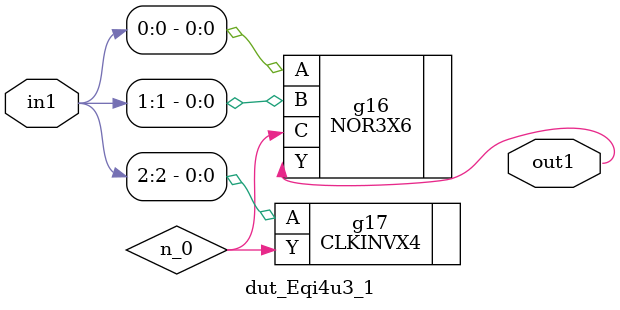
<source format=v>
`timescale 1ps / 1ps


module dut_Eqi4u3_1(in1, out1);
  input [2:0] in1;
  output out1;
  wire [2:0] in1;
  wire out1;
  wire n_0;
  NOR3X6 g16(.A (in1[0]), .B (in1[1]), .C (n_0), .Y (out1));
  CLKINVX4 g17(.A (in1[2]), .Y (n_0));
endmodule



</source>
